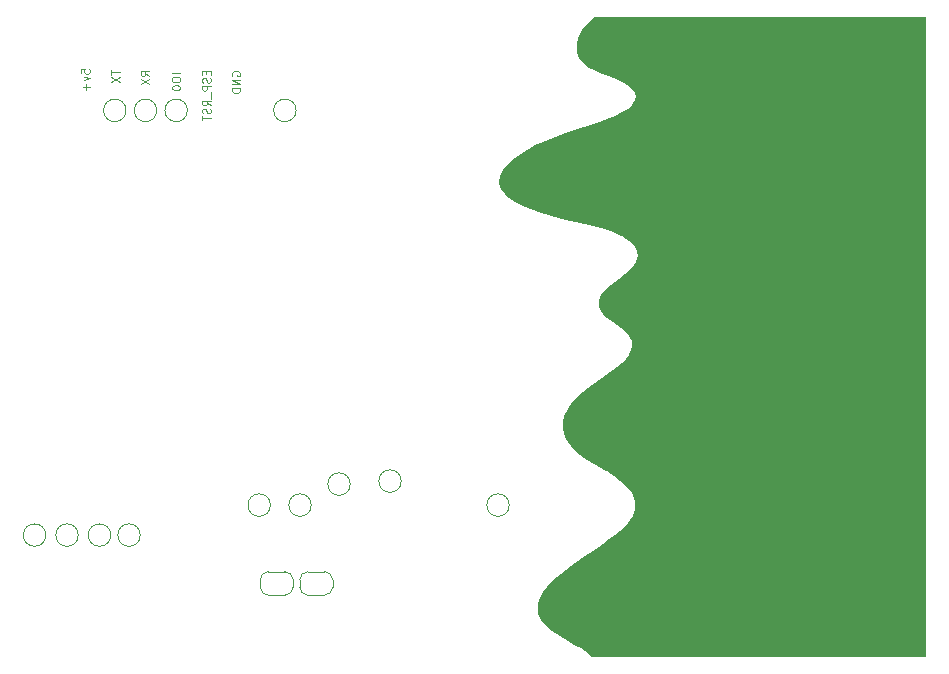
<source format=gbr>
G04 #@! TF.GenerationSoftware,KiCad,Pcbnew,(6.0.9-0)*
G04 #@! TF.CreationDate,2022-12-09T10:21:35+01:00*
G04 #@! TF.ProjectId,muVox,6d75566f-782e-46b6-9963-61645f706362,rc1*
G04 #@! TF.SameCoordinates,Original*
G04 #@! TF.FileFunction,Legend,Bot*
G04 #@! TF.FilePolarity,Positive*
%FSLAX46Y46*%
G04 Gerber Fmt 4.6, Leading zero omitted, Abs format (unit mm)*
G04 Created by KiCad (PCBNEW (6.0.9-0)) date 2022-12-09 10:21:35*
%MOMM*%
%LPD*%
G01*
G04 APERTURE LIST*
%ADD10C,0.100000*%
%ADD11C,0.120000*%
G04 APERTURE END LIST*
D10*
X98490100Y-112329300D02*
X98490100Y-112562633D01*
X98856766Y-112662633D02*
X98856766Y-112329300D01*
X98156766Y-112329300D01*
X98156766Y-112662633D01*
X98823433Y-112929300D02*
X98856766Y-113029300D01*
X98856766Y-113195966D01*
X98823433Y-113262633D01*
X98790100Y-113295966D01*
X98723433Y-113329300D01*
X98656766Y-113329300D01*
X98590100Y-113295966D01*
X98556766Y-113262633D01*
X98523433Y-113195966D01*
X98490100Y-113062633D01*
X98456766Y-112995966D01*
X98423433Y-112962633D01*
X98356766Y-112929300D01*
X98290100Y-112929300D01*
X98223433Y-112962633D01*
X98190100Y-112995966D01*
X98156766Y-113062633D01*
X98156766Y-113229300D01*
X98190100Y-113329300D01*
X98856766Y-113629300D02*
X98156766Y-113629300D01*
X98156766Y-113895966D01*
X98190100Y-113962633D01*
X98223433Y-113995966D01*
X98290100Y-114029300D01*
X98390100Y-114029300D01*
X98456766Y-113995966D01*
X98490100Y-113962633D01*
X98523433Y-113895966D01*
X98523433Y-113629300D01*
X98923433Y-114162633D02*
X98923433Y-114695966D01*
X98856766Y-115262633D02*
X98523433Y-115029300D01*
X98856766Y-114862633D02*
X98156766Y-114862633D01*
X98156766Y-115129300D01*
X98190100Y-115195966D01*
X98223433Y-115229300D01*
X98290100Y-115262633D01*
X98390100Y-115262633D01*
X98456766Y-115229300D01*
X98490100Y-115195966D01*
X98523433Y-115129300D01*
X98523433Y-114862633D01*
X98823433Y-115529300D02*
X98856766Y-115629300D01*
X98856766Y-115795966D01*
X98823433Y-115862633D01*
X98790100Y-115895966D01*
X98723433Y-115929300D01*
X98656766Y-115929300D01*
X98590100Y-115895966D01*
X98556766Y-115862633D01*
X98523433Y-115795966D01*
X98490100Y-115662633D01*
X98456766Y-115595966D01*
X98423433Y-115562633D01*
X98356766Y-115529300D01*
X98290100Y-115529300D01*
X98223433Y-115562633D01*
X98190100Y-115595966D01*
X98156766Y-115662633D01*
X98156766Y-115829300D01*
X98190100Y-115929300D01*
X98156766Y-116129300D02*
X98156766Y-116529300D01*
X98856766Y-116329300D02*
X98156766Y-116329300D01*
X90456766Y-112245966D02*
X90456766Y-112645966D01*
X91156766Y-112445966D02*
X90456766Y-112445966D01*
X90456766Y-112812633D02*
X91156766Y-113279300D01*
X90456766Y-113279300D02*
X91156766Y-112812633D01*
X100690100Y-112745966D02*
X100656766Y-112679300D01*
X100656766Y-112579300D01*
X100690100Y-112479300D01*
X100756766Y-112412633D01*
X100823433Y-112379300D01*
X100956766Y-112345966D01*
X101056766Y-112345966D01*
X101190100Y-112379300D01*
X101256766Y-112412633D01*
X101323433Y-112479300D01*
X101356766Y-112579300D01*
X101356766Y-112645966D01*
X101323433Y-112745966D01*
X101290100Y-112779300D01*
X101056766Y-112779300D01*
X101056766Y-112645966D01*
X101356766Y-113079300D02*
X100656766Y-113079300D01*
X101356766Y-113479300D01*
X100656766Y-113479300D01*
X101356766Y-113812633D02*
X100656766Y-113812633D01*
X100656766Y-113979300D01*
X100690100Y-114079300D01*
X100756766Y-114145966D01*
X100823433Y-114179300D01*
X100956766Y-114212633D01*
X101056766Y-114212633D01*
X101190100Y-114179300D01*
X101256766Y-114145966D01*
X101323433Y-114079300D01*
X101356766Y-113979300D01*
X101356766Y-113812633D01*
X96279966Y-112535300D02*
X95579966Y-112535300D01*
X95579966Y-113001966D02*
X95579966Y-113135300D01*
X95613300Y-113201966D01*
X95679966Y-113268633D01*
X95813300Y-113301966D01*
X96046633Y-113301966D01*
X96179966Y-113268633D01*
X96246633Y-113201966D01*
X96279966Y-113135300D01*
X96279966Y-113001966D01*
X96246633Y-112935300D01*
X96179966Y-112868633D01*
X96046633Y-112835300D01*
X95813300Y-112835300D01*
X95679966Y-112868633D01*
X95613300Y-112935300D01*
X95579966Y-113001966D01*
X95579966Y-113735300D02*
X95579966Y-113801966D01*
X95613300Y-113868633D01*
X95646633Y-113901966D01*
X95713300Y-113935300D01*
X95846633Y-113968633D01*
X96013300Y-113968633D01*
X96146633Y-113935300D01*
X96213300Y-113901966D01*
X96246633Y-113868633D01*
X96279966Y-113801966D01*
X96279966Y-113735300D01*
X96246633Y-113668633D01*
X96213300Y-113635300D01*
X96146633Y-113601966D01*
X96013300Y-113568633D01*
X95846633Y-113568633D01*
X95713300Y-113601966D01*
X95646633Y-113635300D01*
X95613300Y-113668633D01*
X95579966Y-113735300D01*
X93656766Y-112762633D02*
X93323433Y-112529300D01*
X93656766Y-112362633D02*
X92956766Y-112362633D01*
X92956766Y-112629300D01*
X92990100Y-112695966D01*
X93023433Y-112729300D01*
X93090100Y-112762633D01*
X93190100Y-112762633D01*
X93256766Y-112729300D01*
X93290100Y-112695966D01*
X93323433Y-112629300D01*
X93323433Y-112362633D01*
X92956766Y-112995966D02*
X93656766Y-113462633D01*
X92956766Y-113462633D02*
X93656766Y-112995966D01*
X87906766Y-112545966D02*
X87906766Y-112212633D01*
X88240100Y-112179300D01*
X88206766Y-112212633D01*
X88173433Y-112279300D01*
X88173433Y-112445966D01*
X88206766Y-112512633D01*
X88240100Y-112545966D01*
X88306766Y-112579300D01*
X88473433Y-112579300D01*
X88540100Y-112545966D01*
X88573433Y-112512633D01*
X88606766Y-112445966D01*
X88606766Y-112279300D01*
X88573433Y-112212633D01*
X88540100Y-112179300D01*
X88140100Y-112812633D02*
X88606766Y-112979300D01*
X88140100Y-113145966D01*
X88340100Y-113412633D02*
X88340100Y-113945966D01*
X88606766Y-113679300D02*
X88073433Y-113679300D01*
D11*
X114996000Y-147066000D02*
G75*
G03*
X114996000Y-147066000I-950000J0D01*
G01*
X144550000Y-110500000D02*
G75*
G03*
X144550000Y-110500000I-950000J0D01*
G01*
X105846200Y-156027400D02*
X105846200Y-155427400D01*
X103046200Y-155427400D02*
X103046200Y-156027400D01*
X105146200Y-154727400D02*
X103746200Y-154727400D01*
X103746200Y-156727400D02*
X105146200Y-156727400D01*
X105146200Y-156727400D02*
G75*
G03*
X105846200Y-156027400I0J700000D01*
G01*
X105846200Y-155427400D02*
G75*
G03*
X105146200Y-154727400I-700000J0D01*
G01*
X103046200Y-156027400D02*
G75*
G03*
X103746200Y-156727400I699999J-1D01*
G01*
X103746200Y-154727400D02*
G75*
G03*
X103046200Y-155427400I-1J-699999D01*
G01*
X90398000Y-151638000D02*
G75*
G03*
X90398000Y-151638000I-950000J0D01*
G01*
X92898000Y-151638000D02*
G75*
G03*
X92898000Y-151638000I-950000J0D01*
G01*
X87648000Y-151638000D02*
G75*
G03*
X87648000Y-151638000I-950000J0D01*
G01*
X91690100Y-115679300D02*
G75*
G03*
X91690100Y-115679300I-950000J0D01*
G01*
X96890100Y-115679300D02*
G75*
G03*
X96890100Y-115679300I-950000J0D01*
G01*
X103919500Y-149098000D02*
G75*
G03*
X103919500Y-149098000I-950000J0D01*
G01*
X124140000Y-149098000D02*
G75*
G03*
X124140000Y-149098000I-950000J0D01*
G01*
X94290100Y-115679300D02*
G75*
G03*
X94290100Y-115679300I-950000J0D01*
G01*
X144550000Y-151600000D02*
G75*
G03*
X144550000Y-151600000I-950000J0D01*
G01*
X153497600Y-140379300D02*
X152897600Y-140379300D01*
X154197600Y-143829300D02*
X154197600Y-141029300D01*
X152897600Y-144479300D02*
X153497600Y-144479300D01*
X154697600Y-140929300D02*
X154697600Y-141529300D01*
X154397600Y-141229300D02*
X154697600Y-141529300D01*
X152197600Y-141029300D02*
X152197600Y-143829300D01*
X154397600Y-141229300D02*
X154697600Y-140929300D01*
X153497600Y-144479300D02*
G75*
G03*
X154197600Y-143779300I0J700000D01*
G01*
X152897600Y-140379300D02*
G75*
G03*
X152197600Y-141079300I-1J-699999D01*
G01*
X152197600Y-143779300D02*
G75*
G03*
X152897600Y-144479300I700000J0D01*
G01*
X154197600Y-141079300D02*
G75*
G03*
X153497600Y-140379300I-699999J1D01*
G01*
X106090100Y-115679300D02*
G75*
G03*
X106090100Y-115679300I-950000J0D01*
G01*
X157282600Y-140379300D02*
X156682600Y-140379300D01*
X156682600Y-144479300D02*
X157282600Y-144479300D01*
X155782600Y-143629300D02*
X155482600Y-143329300D01*
X155482600Y-143929300D02*
X155482600Y-143329300D01*
X157982600Y-143829300D02*
X157982600Y-141029300D01*
X155982600Y-141029300D02*
X155982600Y-143829300D01*
X155782600Y-143629300D02*
X155482600Y-143929300D01*
X155982600Y-143779300D02*
G75*
G03*
X156682600Y-144479300I699999J-1D01*
G01*
X156682600Y-140379300D02*
G75*
G03*
X155982600Y-141079300I0J-700000D01*
G01*
X157982600Y-141079300D02*
G75*
G03*
X157282600Y-140379300I-700000J0D01*
G01*
X157282600Y-144479300D02*
G75*
G03*
X157982600Y-143779300I1J699999D01*
G01*
X106396200Y-155427400D02*
X106396200Y-156027400D01*
X109196200Y-156027400D02*
X109196200Y-155427400D01*
X107096200Y-156727400D02*
X108496200Y-156727400D01*
X108496200Y-154727400D02*
X107096200Y-154727400D01*
X109196200Y-155427400D02*
G75*
G03*
X108496200Y-154727400I-699999J1D01*
G01*
X108496200Y-156727400D02*
G75*
G03*
X109196200Y-156027400I1J699999D01*
G01*
X106396200Y-156027400D02*
G75*
G03*
X107096200Y-156727400I700000J0D01*
G01*
X107096200Y-154727400D02*
G75*
G03*
X106396200Y-155427400I0J-700000D01*
G01*
X107376000Y-149098000D02*
G75*
G03*
X107376000Y-149098000I-950000J0D01*
G01*
G36*
X159447000Y-161980719D02*
G01*
X131159343Y-161980719D01*
X130828171Y-161671765D01*
X130819087Y-161663395D01*
X130554672Y-161459822D01*
X130188522Y-161224428D01*
X129797000Y-161006481D01*
X129355436Y-160769341D01*
X128849000Y-160478189D01*
X128397000Y-160201115D01*
X127738020Y-159740863D01*
X127197203Y-159262529D01*
X126827203Y-158790967D01*
X126614856Y-158309092D01*
X126547000Y-157799815D01*
X126589506Y-157390091D01*
X126734656Y-156946328D01*
X126992374Y-156485955D01*
X127372406Y-155999073D01*
X127884493Y-155475783D01*
X128538379Y-154906187D01*
X129343809Y-154280386D01*
X130310526Y-153588482D01*
X131448273Y-152820576D01*
X131500698Y-152785905D01*
X132071433Y-152398414D01*
X132620891Y-152008657D01*
X133112116Y-151644005D01*
X133508153Y-151331828D01*
X133772046Y-151099497D01*
X134189114Y-150641831D01*
X134595583Y-150025624D01*
X134805251Y-149425620D01*
X134819241Y-148838139D01*
X134638675Y-148259502D01*
X134414791Y-147910022D01*
X134028533Y-147476152D01*
X133535107Y-147027473D01*
X132974005Y-146599580D01*
X132384716Y-146228063D01*
X132319810Y-146191557D01*
X131443898Y-145684971D01*
X130730081Y-145239782D01*
X130158032Y-144839296D01*
X129707425Y-144466821D01*
X129357935Y-144105662D01*
X129089235Y-143739126D01*
X128881000Y-143350520D01*
X128734064Y-142982857D01*
X128661816Y-142626734D01*
X128665297Y-142217622D01*
X128676291Y-142098982D01*
X128807531Y-141516215D01*
X129073783Y-140948339D01*
X129486556Y-140381528D01*
X130057362Y-139801955D01*
X130797711Y-139195792D01*
X131719112Y-138549213D01*
X132010799Y-138354716D01*
X132709511Y-137868982D01*
X133261387Y-137448706D01*
X133689246Y-137074501D01*
X134015906Y-136726978D01*
X134264185Y-136386751D01*
X134392439Y-136155785D01*
X134534346Y-135677752D01*
X134491821Y-135215690D01*
X134261216Y-134760672D01*
X133838879Y-134303772D01*
X133221161Y-133836063D01*
X132921775Y-133632587D01*
X132435907Y-133269135D01*
X132094612Y-132952780D01*
X131873060Y-132658706D01*
X131746422Y-132362098D01*
X131696183Y-132089314D01*
X131732989Y-131699141D01*
X131911323Y-131305454D01*
X132242635Y-130891553D01*
X132738379Y-130440738D01*
X133410007Y-129936310D01*
X133954792Y-129521803D01*
X134507739Y-128992741D01*
X134862793Y-128489315D01*
X135020048Y-128010224D01*
X134979597Y-127554170D01*
X134741536Y-127119853D01*
X134305958Y-126705974D01*
X133672959Y-126311232D01*
X133474108Y-126212050D01*
X132751060Y-125914352D01*
X131874094Y-125629257D01*
X130877858Y-125367246D01*
X129797000Y-125138798D01*
X129754441Y-125130765D01*
X128926771Y-124953453D01*
X128045313Y-124730254D01*
X127173078Y-124479239D01*
X126373081Y-124218484D01*
X125708334Y-123966062D01*
X125171180Y-123708307D01*
X124639724Y-123397053D01*
X124160079Y-123064014D01*
X123777220Y-122740424D01*
X123536121Y-122457514D01*
X123448348Y-122297398D01*
X123305685Y-121790741D01*
X123356136Y-121273136D01*
X123594969Y-120748355D01*
X124017453Y-120220169D01*
X124618856Y-119692351D01*
X125394445Y-119168671D01*
X126339488Y-118652901D01*
X127449254Y-118148813D01*
X128719010Y-117660179D01*
X130144025Y-117190769D01*
X130484121Y-117085748D01*
X131529750Y-116744551D01*
X132401467Y-116426774D01*
X133117251Y-116124332D01*
X133695085Y-115829139D01*
X134152949Y-115533111D01*
X134508825Y-115228162D01*
X134542710Y-115193202D01*
X134790320Y-114822409D01*
X134842192Y-114448671D01*
X134702083Y-114076306D01*
X134373752Y-113709632D01*
X133860955Y-113352966D01*
X133167452Y-113010626D01*
X132297000Y-112686929D01*
X131829838Y-112524731D01*
X131292404Y-112297403D01*
X130861964Y-112051296D01*
X130484884Y-111758944D01*
X130456490Y-111733461D01*
X130080917Y-111267316D01*
X129881270Y-110730349D01*
X129855725Y-110142371D01*
X130002463Y-109523198D01*
X130319662Y-108892643D01*
X130805501Y-108270518D01*
X131274368Y-107767281D01*
X159447000Y-107767281D01*
X159447000Y-161980719D01*
G37*
X84898000Y-151638000D02*
G75*
G03*
X84898000Y-151638000I-950000J0D01*
G01*
X144550000Y-158800000D02*
G75*
G03*
X144550000Y-158800000I-950000J0D01*
G01*
X110678000Y-147320000D02*
G75*
G03*
X110678000Y-147320000I-950000J0D01*
G01*
X144550000Y-117700000D02*
G75*
G03*
X144550000Y-117700000I-950000J0D01*
G01*
M02*

</source>
